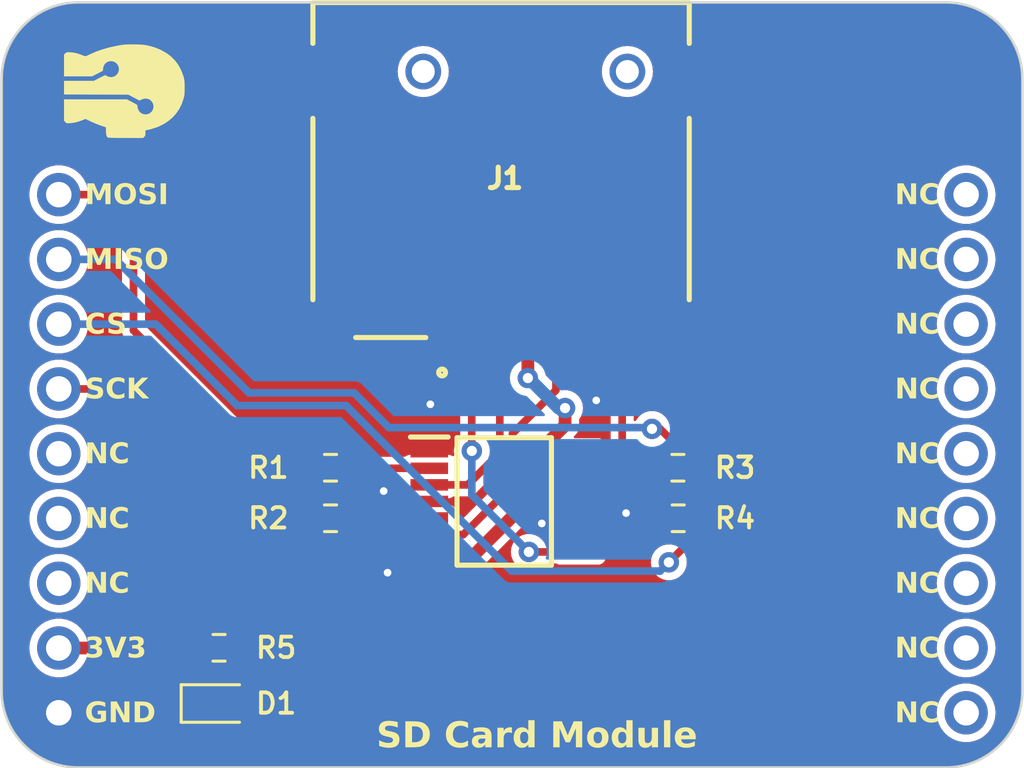
<source format=kicad_pcb>
(kicad_pcb (version 20221018) (generator pcbnew)
  (layers (0 "F.Cu" signal) (31 "B.Cu" signal) (34 "B.Paste" user) (35 "F.Paste" user) (36 "B.SilkS" user "B.Silkscreen") (37 "F.SilkS" user "F.Silkscreen") (38 "B.Mask" user) (39 "F.Mask" user) (44 "Edge.Cuts" user))
  (net 0 "")
  (net 1 "GND")
  (net 2 "Net-(D1-A)")
  (net 3 "Net-(IC1-1A)")
  (net 4 "MOSI_SD")
  (net 5 "Net-(IC1-2A)")
  (net 6 "SCK_SD")
  (net 7 "CS_SD")
  (net 8 "Net-(IC1-3A)")
  (net 9 "MISO")
  (net 10 "+3V3")
  (net 12 "MISO_SD")
  (net 15 "MOSI")
  (net 16 "SCK")
  (net 17 "CS")
  (net 30 "Net-(IC1-4Y)")
  (footprint "74LVC125APW:SOP65P640X110-14N" (layer "F.Cu") (at 79.1972 83.058)
    (fp_text reference "IC1" hide)
    (fp_text value "74LVC125APW,118" hide)
    (fp_line (start -3.675 -2.525) (end -2.2 -2.525) (stroke (width 0.2)) (layer "F.SilkS"))
    (fp_line (start -1.85 -2.5) (end 1.85 -2.5) (stroke (width 0.2)) (layer "F.SilkS"))
    (fp_line (start -1.85 2.5) (end -1.85 -2.5) (stroke (width 0.2)) (layer "F.SilkS"))
    (fp_line (start 1.85 -2.5) (end 1.85 2.5) (stroke (width 0.2)) (layer "F.SilkS"))
    (fp_line (start 1.85 2.5) (end -1.85 2.5) (stroke (width 0.2)) (layer "F.SilkS"))
    (pad "1" smd rect (at -2.938 -1.95 90) (size 0.45 1.475) (layers "F.Cu" "F.Paste" "F.Mask") (net 1 "GND"))
    (pad "2" smd rect (at -2.938 -1.3 90) (size 0.45 1.475) (layers "F.Cu" "F.Paste" "F.Mask") (net 3 "Net-(IC1-1A)"))
    (pad "3" smd rect (at -2.938 -0.65 90) (size 0.45 1.475) (layers "F.Cu" "F.Paste" "F.Mask") (net 4 "MOSI_SD"))
    (pad "4" smd rect (at -2.938 0 90) (size 0.45 1.475) (layers "F.Cu" "F.Paste" "F.Mask") (net 1 "GND"))
    (pad "5" smd rect (at -2.938 0.65 90) (size 0.45 1.475) (layers "F.Cu" "F.Paste" "F.Mask") (net 5 "Net-(IC1-2A)"))
    (pad "6" smd rect (at -2.938 1.3 90) (size 0.45 1.475) (layers "F.Cu" "F.Paste" "F.Mask") (net 6 "SCK_SD"))
    (pad "7" smd rect (at -2.938 1.95 90) (size 0.45 1.475) (layers "F.Cu" "F.Paste" "F.Mask") (net 1 "GND"))
    (pad "8" smd rect (at 2.938 1.95 90) (size 0.45 1.475) (layers "F.Cu" "F.Paste" "F.Mask") (net 7 "CS_SD"))
    (pad "9" smd rect (at 2.938 1.3 90) (size 0.45 1.475) (layers "F.Cu" "F.Paste" "F.Mask") (net 8 "Net-(IC1-3A)"))
    (pad "10" smd rect (at 2.938 0.65 90) (size 0.45 1.475) (layers "F.Cu" "F.Paste" "F.Mask") (net 1 "GND"))
    (pad "11" smd rect (at 2.938 0 90) (size 0.45 1.475) (layers "F.Cu" "F.Paste" "F.Mask") (net 30 "Net-(IC1-4Y)"))
    (pad "12" smd rect (at 2.938 -0.65 90) (size 0.45 1.475) (layers "F.Cu" "F.Paste" "F.Mask") (net 12 "MISO_SD"))
    (pad "13" smd rect (at 2.938 -1.3 90) (size 0.45 1.475) (layers "F.Cu" "F.Paste" "F.Mask") (net 1 "GND"))
    (pad "14" smd rect (at 2.938 -1.95 90) (size 0.45 1.475) (layers "F.Cu" "F.Paste" "F.Mask") (net 10 "+3V3"))
  )
  (footprint "Resistor_SMD:R_0603_1608Metric" (layer "F.Cu") (at 72.39 81.7372)
    (fp_text reference "R1" (at -2.4384 0) (layer "F.SilkS") (effects (font (size 0.8 0.8) (thickness 0.15) bold)))
    (fp_text value "3.3k")
    (fp_line (start -0.237258 -0.5225) (end 0.237258 -0.5225) (stroke (width 0.12)) (layer "F.SilkS"))
    (fp_line (start -0.237258 0.5225) (end 0.237258 0.5225) (stroke (width 0.12)) (layer "F.SilkS"))
    (pad "1" smd roundrect (at -0.825 0) (size 0.8 0.95) (layers "F.Cu" "F.Paste" "F.Mask") (net 15 "MOSI"))
    (pad "2" smd roundrect (at 0.825 0) (size 0.8 0.95) (layers "F.Cu" "F.Paste" "F.Mask") (net 3 "Net-(IC1-1A)"))
  )
  (footprint "LED_SMD:LED_0603_1608Metric" (layer "F.Cu") (at 68.0212 90.9828)
    (fp_text reference "D1" (at 2.2352 0) (layer "F.SilkS") (effects (font (size 0.8 0.8) (thickness 0.15) bold)))
    (fp_text value "LED")
    (fp_line (start -1.485 -0.735) (end -1.485 0.735) (stroke (width 0.12)) (layer "F.SilkS"))
    (fp_line (start -1.485 0.735) (end 0.8 0.735) (stroke (width 0.12)) (layer "F.SilkS"))
    (fp_line (start 0.8 -0.735) (end -1.485 -0.735) (stroke (width 0.12)) (layer "F.SilkS"))
    (pad "1" smd roundrect (at -0.7875 0) (size 0.875 0.95) (layers "F.Cu" "F.Paste" "F.Mask") (net 1 "GND"))
    (pad "2" smd roundrect (at 0.7875 0) (size 0.875 0.95) (layers "F.Cu" "F.Paste" "F.Mask") (net 2 "Net-(D1-A)"))
  )
  (footprint "Resistor_SMD:R_0603_1608Metric" (layer "F.Cu") (at 86.0166 83.7184)
    (fp_text reference "R4" (at 2.223 0) (layer "F.SilkS") (effects (font (size 0.8 0.8) (thickness 0.15) bold)))
    (fp_text value "3.3k")
    (fp_line (start -0.237258 -0.5225) (end 0.237258 -0.5225) (stroke (width 0.12)) (layer "F.SilkS"))
    (fp_line (start -0.237258 0.5225) (end 0.237258 0.5225) (stroke (width 0.12)) (layer "F.SilkS"))
    (pad "1" smd roundrect (at -0.825 0) (size 0.8 0.95) (layers "F.Cu" "F.Paste" "F.Mask") (net 8 "Net-(IC1-3A)"))
    (pad "2" smd roundrect (at 0.825 0) (size 0.8 0.95) (layers "F.Cu" "F.Paste" "F.Mask") (net 17 "CS"))
  )
  (footprint "Resistor_SMD:R_0603_1608Metric" (layer "F.Cu") (at 68.0212 88.7984)
    (fp_text reference "R5" (at 2.2352 0) (layer "F.SilkS") (effects (font (size 0.8 0.8) (thickness 0.15) bold)))
    (fp_text value "470r")
    (fp_line (start -0.237258 -0.5225) (end 0.237258 -0.5225) (stroke (width 0.12)) (layer "F.SilkS"))
    (fp_line (start -0.237258 0.5225) (end 0.237258 0.5225) (stroke (width 0.12)) (layer "F.SilkS"))
    (pad "1" smd roundrect (at -0.825 0) (size 0.8 0.95) (layers "F.Cu" "F.Paste" "F.Mask") (net 10 "+3V3"))
    (pad "2" smd roundrect (at 0.825 0) (size 0.8 0.95) (layers "F.Cu" "F.Paste" "F.Mask") (net 2 "Net-(D1-A)"))
  )
  (footprint "meminle:L-KLS1-TF-003-H1.85-R" (layer "F.Cu") (at 79.0738 66.19943 180)
    (fp_text reference "J1" (at -0.154 -4.19) (layer "F.SilkS") (effects (font (size 0.8 0.8) (thickness 0.254) bold)))
    (fp_text value "Micro_SD" hide)
    (fp_line (start -7.375 -8.95) (end -7.375 -1.835) (stroke (width 0.2)) (layer "F.SilkS"))
    (fp_line (start -7.375 2.706) (end -7.375 1.104) (stroke (width 0.2)) (layer "F.SilkS"))
    (fp_line (start -7.375 2.706) (end 7.375 2.706) (stroke (width 0.2)) (layer "F.SilkS"))
    (fp_line (start 2.95 -10.431) (end 5.698 -10.431) (stroke (width 0.2)) (layer "F.SilkS"))
    (fp_line (start 7.375 -8.95) (end 7.375 -1.835) (stroke (width 0.2)) (layer "F.SilkS"))
    (fp_line (start 7.375 2.706) (end 7.375 1.104) (stroke (width 0.2)) (layer "F.SilkS"))
    (fp_circle (center 2.311 -11.802) (end 2.311 -11.76806) (stroke (width 0.2)) (fill none) (layer "F.SilkS"))
    (pad "1" smd rect (at 2.25 -10.6 180) (size 0.7 1.4) (layers "F.Cu" "F.Paste" "F.Mask"))
    (pad "2" smd rect (at 1.15 -10.6 180) (size 0.7 1.4) (layers "F.Cu" "F.Paste" "F.Mask") (net 7 "CS_SD"))
    (pad "3" smd rect (at 0.05 -10.6 180) (size 0.7 1.4) (layers "F.Cu" "F.Paste" "F.Mask") (net 4 "MOSI_SD"))
    (pad "4" smd rect (at -1.05 -10.6 180) (size 0.7 1.4) (layers "F.Cu" "F.Paste" "F.Mask") (net 10 "+3V3"))
    (pad "5" smd rect (at -2.15 -10.6 180) (size 0.7 1.4) (layers "F.Cu" "F.Paste" "F.Mask") (net 6 "SCK_SD"))
    (pad "6" smd rect (at -3.25 -10.6 180) (size 0.7 1.4) (layers "F.Cu" "F.Paste" "F.Mask") (net 1 "GND"))
    (pad "7" smd rect (at -4.35 -10.6 180) (size 0.7 1.4) (layers "F.Cu" "F.Paste" "F.Mask") (net 12 "MISO_SD"))
    (pad "8" smd rect (at -5.45 -10.6 180) (size 0.7 1.4) (layers "F.Cu" "F.Paste" "F.Mask"))
    (pad "9" smd rect (at -6.55 -10.6 180) (size 0.7 1.4) (layers "F.Cu" "F.Paste" "F.Mask"))
    (pad "10" smd rect (at -8 -10 270) (size 1.4 1.6) (layers "F.Cu" "F.Paste" "F.Mask") (net 1 "GND"))
    (pad "11" smd rect (at -7.75 -0.4 180) (size 1.2 2.2) (layers "F.Cu" "F.Paste" "F.Mask") (net 1 "GND"))
    (pad "12" smd rect (at 7.75 -0.4 180) (size 1.2 2.2) (layers "F.Cu" "F.Paste" "F.Mask") (net 1 "GND"))
    (pad "13" smd rect (at 6.85 -10 270) (size 1.4 1.6) (layers "F.Cu" "F.Paste" "F.Mask") (net 1 "GND"))
    (pad "14" thru_hole circle (at 3.05 0 180) (size 1.4 1.4) (drill 0.9) (layers "*.Cu" "*.Mask"))
    (pad "15" thru_hole circle (at -4.95 0 180) (size 1.4 1.4) (drill 0.9) (layers "*.Cu" "*.Mask"))
  )
  (footprint "Resistor_SMD:R_0603_1608Metric" (layer "F.Cu") (at 72.39 83.7184)
    (fp_text reference "R2" (at -2.4384 0) (layer "F.SilkS") (effects (font (size 0.8 0.8) (thickness 0.15) bold)))
    (fp_text value "3.3k")
    (fp_line (start -0.237258 -0.5225) (end 0.237258 -0.5225) (stroke (width 0.12)) (layer "F.SilkS"))
    (fp_line (start -0.237258 0.5225) (end 0.237258 0.5225) (stroke (width 0.12)) (layer "F.SilkS"))
    (pad "1" smd roundrect (at -0.825 0) (size 0.8 0.95) (layers "F.Cu" "F.Paste" "F.Mask") (net 16 "SCK"))
    (pad "2" smd roundrect (at 0.825 0) (size 0.8 0.95) (layers "F.Cu" "F.Paste" "F.Mask") (net 5 "Net-(IC1-2A)"))
  )
  (footprint "Resistor_SMD:R_0603_1608Metric" (layer "F.Cu") (at 86.0044 81.7372)
    (fp_text reference "R3" (at 2.2352 0) (layer "F.SilkS") (effects (font (size 0.8 0.8) (thickness 0.16) bold)))
    (fp_text value "3.3k")
    (fp_line (start -0.237258 -0.5225) (end 0.237258 -0.5225) (stroke (width 0.12)) (layer "F.SilkS"))
    (fp_line (start -0.237258 0.5225) (end 0.237258 0.5225) (stroke (width 0.12)) (layer "F.SilkS"))
    (pad "1" smd roundrect (at -0.825 0) (size 0.8 0.95) (layers "F.Cu" "F.Paste" "F.Mask") (net 30 "Net-(IC1-4Y)"))
    (pad "2" smd roundrect (at 0.825 0) (size 0.8 0.95) (layers "F.Cu" "F.Paste" "F.Mask") (net 9 "MISO"))
  )
  (footprint "Moduler_:pin_header" (layer "F.Cu") (at 79.265377 81.69452)
    (fp_text reference "U1" hide)
    (fp_text value "~" hide)
    (fp_text user "SCK" (at -16.51 -2.54 unlocked) (layer "F.SilkS") (effects (font (size 0.8 0.8) (thickness 0.2) bold) (justify left bottom)))
    (fp_text user "MISO" (at -16.51 -7.62 unlocked) (layer "F.SilkS") (effects (font (size 0.8 0.8) (thickness 0.2) bold) (justify left bottom)))
    (fp_text user "SD Card Module" (at -5.08 11.176 unlocked) (layer "F.SilkS") (effects (font (thickness 0.2) bold) (justify left bottom)))
    (fp_text user "NC" (at 15.24 2.54 unlocked) (layer "F.SilkS") (effects (font (size 0.8 0.8) (thickness 0.2) bold) (justify left bottom)))
    (fp_text user "NC" (at -16.51 5.08 unlocked) (layer "F.SilkS") (effects (font (size 0.8 0.8) (thickness 0.2) bold) (justify left bottom)))
    (fp_text user "NC" (at -16.51 0 unlocked) (layer "F.SilkS") (effects (font (size 0.8 0.8) (thickness 0.2) bold) (justify left bottom)))
    (fp_text user "MOSI" (at -16.51 -10.16 unlocked) (layer "F.SilkS") (effects (font (size 0.8 0.8) (thickness 0.2) bold) (justify left bottom)))
    (fp_text user "NC" (at 15.24 -10.16 unlocked) (layer "F.SilkS") (effects (font (size 0.8 0.8) (thickness 0.2) bold) (justify left bottom)))
    (fp_text user "NC" (at 15.24 7.62 unlocked) (layer "F.SilkS") (effects (font (size 0.8 0.8) (thickness 0.2) bold) (justify left bottom)))
    (fp_text user "GND" (at -16.51 10.16 unlocked) (layer "F.SilkS") (effects (font (size 0.8 0.8) (thickness 0.2) bold) (justify left bottom)))
    (fp_text user "NC" (at 15.24 5.08 unlocked) (layer "F.SilkS") (effects (font (size 0.8 0.8) (thickness 0.2) bold) (justify left bottom)))
    (fp_text user "3V3" (at -16.51 7.62 unlocked) (layer "F.SilkS") (effects (font (size 0.8 0.8) (thickness 0.2) bold) (justify left bottom)))
    (fp_text user "NC" (at 15.24 -5.08 unlocked) (layer "F.SilkS") (effects (font (size 0.8 0.8) (thickness 0.2) bold) (justify left bottom)))
    (fp_text user "NC" (at 15.24 -2.54 unlocked) (layer "F.SilkS") (effects (font (size 0.8 0.8) (thickness 0.2) bold) (justify left bottom)))
    (fp_text user "NC" (at -16.51 2.54 unlocked) (layer "F.SilkS") (effects (font (size 0.8 0.8) (thickness 0.2) bold) (justify left bottom)))
    (fp_text user "NC" (at 15.24 -7.62 unlocked) (layer "F.SilkS") (effects (font (size 0.8 0.8) (thickness 0.2) bold) (justify left bottom)))
    (fp_text user "NC" (at 15.24 10.16 unlocked) (layer "F.SilkS") (effects (font (size 0.8 0.8) (thickness 0.2) bold) (justify left bottom)))
    (fp_text user "NC" (at 15.24 0 unlocked) (layer "F.SilkS") (effects (font (size 0.8 0.8) (thickness 0.2) bold) (justify left bottom)))
    (fp_text user "CS" (at -16.51 -5.08 unlocked) (layer "F.SilkS") (effects (font (size 0.8 0.8) (thickness 0.2) bold) (justify left bottom)))
    (fp_poly (pts (xy -14.485582 -16.559009) (xy -14.360573 -16.554745) (xy -14.248636 -16.54798) (xy -14.157002 -16.538775) (xy -14.117924 -16.532703) (xy -13.929469 -16.491549) (xy -13.759531 -16.440533) (xy -13.595569 -16.375574) (xy -13.505604 -16.333511) (xy -13.302009 -16.218091) (xy -13.123321 -16.083397) (xy -12.969118 -15.928915) (xy -12.838978 -15.754131) (xy -12.73248 -15.558531) (xy -12.6492 -15.3416) (xy -12.625721 -15.261504) (xy -12.612959 -15.20932) (xy -12.603846 -15.156964) (xy -12.597806 -15.097579) (xy -12.594264 -15.024306) (xy -12.592645 -14.930288) (xy -12.59236 -14.863654) (xy -12.592671 -14.758539) (xy -12.594379 -14.67766) (xy -12.598173 -14.613669) (xy -12.604739 -14.559219) (xy -12.614766 -14.506962) (xy -12.628942 -14.449549) (xy -12.632287 -14.43698) (xy -12.705714 -14.221543) (xy -12.805363 -14.022972) (xy -12.930147 -13.842253) (xy -13.078978 -13.68037) (xy -13.250768 -13.538308) (xy -13.444431 -13.417053) (xy -13.658878 -13.317589) (xy -13.893022 -13.240901) (xy -13.975535 -13.220506) (xy -14.129547 -13.185381) (xy -14.129547 -13.083439) (xy -14.131087 -13.025365) (xy -14.138019 -12.987709) (xy -14.153807 -12.959356) (xy -14.17572 -12.935324) (xy -14.221893 -12.889151) (xy -14.898388 -12.889632) (xy -15.093554 -12.890179) (xy -15.257188 -12.891522) (xy -15.389336 -12.893662) (xy -15.490047 -12.896601) (xy -15.559371 -12.900339) (xy -15.597354 -12.904877) (xy -15.604006 -12.907041) (xy -15.639705 -12.944721) (xy -15.663541 -13.009816) (xy -15.675744 -13.103144) (xy -15.677582 -13.169023) (xy -15.677607 -13.307746) (xy -15.877323 -13.375342) (xy -15.973613 -13.410249) (xy -16.083694 -13.453796) (xy -16.193274 -13.500154) (xy -16.27912 -13.539209) (xy -16.481202 -13.63548) (xy -16.625058 -13.577237) (xy -16.814264 -13.51298) (xy -16.995657 -13.477073) (xy -17.112214 -13.468483) (xy -17.172568 -13.467793) (xy -17.210949 -13.471228) (xy -17.236949 -13.481681) (xy -17.260163 -13.502045) (xy -17.274123 -13.517292) (xy -17.320343 -13.568879) (xy -17.320343 -13.987224) (xy -17.320343 -14.405569) (xy -16.086926 -14.405569) (xy -14.85351 -14.405569) (xy -14.643801 -14.294889) (xy -14.56284 -14.251731) (xy -14.506066 -14.219928) (xy -14.469493 -14.196546) (xy -14.449134 -14.178651) (xy -14.441003 -14.163308) (xy -14.441111 -14.147581) (xy -14.441413 -14.14592) (xy -14.43976 -14.092795) (xy -14.421236 -14.027967) (xy -14.3904 -13.962942) (xy -14.35181 -13.909228) (xy -14.344762 -13.902005) (xy -14.296227 -13.865834) (xy -14.236644 -13.835404) (xy -14.214799 -13.827587) (xy -14.121045 -13.813694) (xy -14.033382 -13.827179) (xy -13.955509 -13.863953) (xy -13.891126 -13.919926) (xy -13.843932 -13.991011) (xy -13.817627 -14.073118) (xy -13.815911 -14.162158) (xy -13.838074 -14.243952) (xy -13.888707 -14.328311) (xy -13.95777 -14.389514) (xy -14.040589 -14.425955) (xy -14.132494 -14.436027) (xy -14.228811 -14.418125) (xy -14.281052 -14.396241) (xy -14.36193 -14.355321) (xy -14.581404 -14.471272) (xy -14.800878 -14.587224) (xy -16.06061 -14.591538) (xy -17.320343 -14.595853) (xy -17.320343 -14.86402) (xy -17.320343 -15.132186) (xy -16.736108 -15.132186) (xy -16.151873 -15.132186) (xy -15.92364 -15.25081) (xy -15.825628 -15.300328) (xy -15.752835 -15.333929) (xy -15.705794 -15.351385) (xy -15.685044 -15.352471) (xy -15.684533 -15.351839) (xy -15.664369 -15.334981) (xy -15.626413 -15.313259) (xy -15.608475 -15.304645) (xy -15.517344 -15.278515) (xy -15.42868 -15.280387) (xy -15.34665 -15.306716) (xy -15.27542 -15.353956) (xy -15.219157 -15.418565) (xy -15.182028 -15.496995) (xy -15.1682 -15.585704) (xy -15.178799 -15.670169) (xy -15.216089 -15.756834) (xy -15.2752 -15.826154) (xy -15.350432 -15.875231) (xy -15.436087 -15.901168) (xy -15.526465 -15.901066) (xy -15.594919 -15.881743) (xy -15.679764 -15.831605) (xy -15.7402 -15.761879) (xy -15.776844 -15.671686) (xy -15.787538 -15.6087) (xy -15.796027 -15.524455) (xy -16.008245 -15.415199) (xy -16.220463 -15.305942) (xy -16.770403 -15.305942) (xy -17.320343 -15.305942) (xy -17.320343 -15.73365) (xy -17.320343 -16.161358) (xy -17.27417 -16.207531) (xy -17.247441 -16.231634) (xy -17.221044 -16.24546) (xy -17.185152 -16.251797) (xy -17.129936 -16.253429) (xy -17.112261 -16.253429) (xy -16.965134 -16.242789) (xy -16.813828 -16.210492) (xy -16.650907 -16.15493) (xy -16.643254 -16.151886) (xy -16.580147 -16.127507) (xy -16.526736 -16.108472) (xy -16.490695 -16.097439) (xy -16.481152 -16.095743) (xy -16.459332 -16.102404) (xy -16.415439 -16.120594) (xy -16.35561 -16.147624) (xy -16.285983 -16.180807) (xy -16.277762 -16.184828) (xy -16.053998 -16.282606) (xy -15.80365 -16.369931) (xy -15.530295 -16.445763) (xy -15.237504 -16.509065) (xy -15.053614 -16.540657) (xy -14.971712 -16.549822) (xy -14.866727 -16.556178) (xy -14.74589 -16.559787) (xy -14.616431 -16.56071)) (fill solid) (layer "F.SilkS"))
    (fp_poly (pts (xy -19.759475 -15.361112) (xy -19.747896 -15.5134) (xy -19.728827 -15.663474) (xy -19.702457 -15.811146) (xy -19.668975 -15.956226) (xy -19.628568 -16.098527) (xy -19.581426 -16.23786) (xy -19.527736 -16.374037) (xy -19.467687 -16.506869) (xy -19.401468 -16.636168) (xy -19.329267 -16.761745) (xy -19.251272 -16.883413) (xy -19.167671 -17.000982) (xy -19.078654 -17.114264) (xy -18.984408 -17.223072) (xy -18.885122 -17.327215) (xy -18.780984 -17.426507) (xy -18.672182 -17.520758) (xy -18.558906 -17.609781) (xy -18.441343 -17.693386) (xy -18.319683 -17.771386) (xy -18.194112 -17.843591) (xy -18.06482 -17.909814) (xy -17.931995 -17.969866) (xy -17.795826 -18.023559) (xy -17.6565 -18.070704) (xy -17.514207 -18.111113) (xy -17.369134 -18.144597) (xy -17.221471 -18.170968) (xy -17.071405 -18.190038) (xy -16.919125 -18.201619) (xy -16.764819 -18.20552) (xy 17.238832 -18.20552) (xy 17.393137 -18.201619) (xy 17.545417 -18.190038) (xy 17.695483 -18.170968) (xy 17.843146 -18.144597) (xy 17.988219 -18.111113) (xy 18.130512 -18.070704) (xy 18.269837 -18.023559) (xy 18.406006 -17.969866) (xy 18.538831 -17.909814) (xy 18.668123 -17.843591) (xy 18.793694 -17.771386) (xy 18.915355 -17.693386) (xy 19.032917 -17.609781) (xy 19.146194 -17.520758) (xy 19.254995 -17.426507) (xy 19.359133 -17.327215) (xy 19.458419 -17.223072) (xy 19.552665 -17.114264) (xy 19.641683 -17.000982) (xy 19.725284 -16.883413) (xy 19.803279 -16.761745) (xy 19.87548 -16.636168) (xy 19.9417 -16.506869) (xy 20.001748 -16.374037) (xy 20.055438 -16.23786) (xy 20.102581 -16.098527) (xy 20.142987 -15.956226) (xy 20.17647 -15.811146) (xy 20.20284 -15.663474) (xy 20.221909 -15.5134) (xy 20.233488 -15.361112) (xy 20.23739 -15.206798) (xy 20.23739 8.797094) (xy 20.233488 8.951408) (xy 20.221909 9.103696) (xy 20.20284 9.25377) (xy 20.17647 9.401441) (xy 20.142987 9.546522) (xy 20.102581 9.688822) (xy 20.055438 9.828155) (xy 20.001748 9.964332) (xy 19.9417 10.097164) (xy 19.87548 10.226463) (xy 19.803279 10.352041) (xy 19.725284 10.473708) (xy 19.641683 10.591278) (xy 19.552665 10.70456) (xy 19.458419 10.813367) (xy 19.359133 10.917511) (xy 19.254995 11.016803) (xy 19.146194 11.111054) (xy 19.032917 11.200077) (xy 18.915355 11.283682) (xy 18.793694 11.361681) (xy 18.668123 11.433887) (xy 18.538831 11.50011) (xy 18.406006 11.560162) (xy 18.269837 11.613855) (xy 18.130512 11.661) (xy 17.988219 11.701409) (xy 17.843146 11.734893) (xy 17.695483 11.761265) (xy 17.545417 11.780334) (xy 17.393137 11.791915) (xy 17.238832 11.795817) (xy -16.764819 11.795817) (xy -16.919125 11.791915) (xy -17.071405 11.780334) (xy -17.221471 11.761265) (xy -17.369134 11.734893) (xy -17.514207 11.701409) (xy -17.6565 11.661) (xy -17.795826 11.613855) (xy -17.931995 11.560162) (xy -18.06482 11.50011) (xy -18.194112 11.433887) (xy -18.319683 11.361681) (xy -18.441343 11.283682) (xy -18.558906 11.200077) (xy -18.672182 11.111054) (xy -18.780984 11.016803) (xy -18.885122 10.917511) (xy -18.984408 10.813367) (xy -19.078654 10.70456) (xy -19.167671 10.591278) (xy -19.251272 10.473708) (xy -19.329267 10.352041) (xy -19.401468 10.226463) (xy -19.467687 10.097164) (xy -19.527736 9.964332) (xy -19.581426 9.828155) (xy -19.628568 9.688822) (xy -19.668975 9.546522) (xy -19.702457 9.401441) (xy -19.728827 9.25377) (xy -19.747896 9.103696) (xy -19.759475 8.951408) (xy -19.763377 8.797094) (xy -19.763377 -15.206798)) (stroke (width 0.1)) (fill none) (layer "Edge.Cuts"))
    (pad "1" thru_hole oval (at -17.526 -10.668) (size 1.7 1.7) (drill 1) (layers "*.Cu" "*.Mask") (net 15 "MOSI"))
    (pad "2" thru_hole oval (at -17.526 -8.128) (size 1.7 1.7) (drill 1) (layers "*.Cu" "*.Mask") (net 9 "MISO"))
    (pad "3" thru_hole oval (at -17.526 -5.588) (size 1.7 1.7) (drill 1) (layers "*.Cu" "*.Mask") (net 17 "CS"))
    (pad "4" thru_hole oval (at -17.526 -3.048) (size 1.7 1.7) (drill 1) (layers "*.Cu" "*.Mask") (net 16 "SCK"))
    (pad "5" thru_hole oval (at -17.526 -0.508) (size 1.7 1.7) (drill 1) (layers "*.Cu" "*.Mask"))
    (pad "6" thru_hole oval (at -17.526 2.032) (size 1.7 1.7) (drill 1) (layers "*.Cu" "*.Mask"))
    (pad "7" thru_hole oval (at -17.526 4.572) (size 1.7 1.7) (drill 1) (layers "*.Cu" "*.Mask"))
    (pad "8" thru_hole oval (at -17.526 7.112) (size 1.7 1.7) (drill 1) (layers "*.Cu" "*.Mask") (net 10 "+3V3"))
    (pad "9" thru_hole oval (at -17.526 9.652) (size 1.7 1.7) (drill 1) (layers "*.Cu" "*.Mask") (net 1 "GND"))
    (pad "10" thru_hole oval (at 18.034 9.652) (size 1.7 1.7) (drill 1) (layers "*.Cu" "*.Mask"))
    (pad "11" thru_hole oval (at 18.034 7.112) (size 1.7 1.7) (drill 1) (layers "*.Cu" "*.Mask"))
    (pad "12" thru_hole oval (at 18.034 4.572) (size 1.7 1.7) (drill 1) (layers "*.Cu" "*.Mask"))
    (pad "13" thru_hole oval (at 18.034 2.032) (size 1.7 1.7) (drill 1) (layers "*.Cu" "*.Mask"))
    (pad "14" thru_hole oval (at 18.034 -0.508) (size 1.7 1.7) (drill 1) (layers "*.Cu" "*.Mask"))
    (pad "15" thru_hole oval (at 18.034 -3.048) (size 1.7 1.7) (drill 1) (layers "*.Cu" "*.Mask"))
    (pad "16" thru_hole oval (at 18.034 -5.588) (size 1.7 1.7) (drill 1) (layers "*.Cu" "*.Mask"))
    (pad "17" thru_hole oval (at 18.034 -8.128) (size 1.7 1.7) (drill 1) (layers "*.Cu" "*.Mask"))
    (pad "18" thru_hole oval (at 18.034 -10.668) (size 1.7 1.7) (drill 1) (layers "*.Cu" "*.Mask"))
  )
  (via (at 76.3016 79.248) (size 0.6) (drill 0.3) (layers "F.Cu" "B.Cu") (net 1))
  (via (at 83.9724 83.5152) (size 0.6) (drill 0.3) (layers "F.Cu" "B.Cu") (net 1))
  (via (at 82.804 79.0956) (size 0.6) (drill 0.3) (layers "F.Cu" "B.Cu") (net 1))
  (via (at 80.6704 83.9216) (size 0.6) (drill 0.3) (layers "F.Cu" "B.Cu") (net 1))
  (via (at 74.6252 85.852) (size 0.6) (drill 0.3) (layers "F.Cu" "B.Cu") (net 1))
  (via (at 74.4728 82.6516) (size 0.6) (drill 0.3) (layers "F.Cu" "B.Cu") (net 1))
  (segment (start 68.8462 88.7984) (end 68.8462 90.9453) (width 0.5) (layer "F.Cu") (net 2))
  (segment (start 68.8462 90.9453) (end 68.8087 90.9828) (width 0.5) (layer "F.Cu") (net 2))
  (segment (start 73.215 81.7372) (end 73.2358 81.758) (width 0.3) (layer "F.Cu") (net 3))
  (segment (start 73.2358 81.758) (end 76.2592 81.758) (width 0.3) (layer "F.Cu") (net 3))
  (segment (start 79.0238 76.79943) (end 79.0238 81.1486) (width 0.3) (layer "F.Cu") (net 4))
  (segment (start 79.0238 81.1486) (end 77.7644 82.408) (width 0.3) (layer "F.Cu") (net 4))
  (segment (start 77.7644 82.408) (end 76.2592 82.408) (width 0.3) (layer "F.Cu") (net 4))
  (segment (start 73.215 83.7184) (end 73.2254 83.708) (width 0.3) (layer "F.Cu") (net 5))
  (segment (start 73.2254 83.708) (end 76.2592 83.708) (width 0.3) (layer "F.Cu") (net 5))
  (segment (start 76.2592 84.358) (end 77.5924 84.358) (width 0.3) (layer "F.Cu") (net 6))
  (segment (start 77.5924 84.358) (end 79.5238 82.4266) (width 0.3) (layer "F.Cu") (net 6))
  (segment (start 81.2238 78.6946) (end 81.2238 76.79943) (width 0.3) (layer "F.Cu") (net 6))
  (segment (start 79.5238 82.4266) (end 79.5238 80.3946) (width 0.3) (layer "F.Cu") (net 6))
  (segment (start 79.5238 80.3946) (end 81.2238 78.6946) (width 0.3) (layer "F.Cu") (net 6))
  (segment (start 77.9238 81.0734) (end 77.9238 76.79943) (width 0.3) (layer "F.Cu") (net 7))
  (segment (start 80.1624 85.0392) (end 82.104 85.0392) (width 0.3) (layer "F.Cu") (net 7))
  (segment (start 77.9272 81.0768) (end 77.9238 81.0734) (width 0.3) (layer "F.Cu") (net 7))
  (segment (start 82.104 85.0392) (end 82.1352 85.008) (width 0.3) (layer "F.Cu") (net 7))
  (via (at 77.9272 81.0768) (size 0.8) (drill 0.4) (layers "F.Cu" "B.Cu") (net 7))
  (via (at 80.1624 85.0392) (size 0.8) (drill 0.4) (layers "F.Cu" "B.Cu") (net 7))
  (segment (start 77.9272 82.804) (end 80.1624 85.0392) (width 0.3) (layer "B.Cu") (net 7))
  (segment (start 77.9272 81.0768) (end 77.9272 82.804) (width 0.3) (layer "B.Cu") (net 7))
  (segment (start 84.0948 84.358) (end 82.1352 84.358) (width 0.3) (layer "F.Cu") (net 8))
  (segment (start 85.1916 83.7184) (end 84.7344 83.7184) (width 0.3) (layer "F.Cu") (net 8))
  (segment (start 84.7344 83.7184) (end 84.0948 84.358) (width 0.3) (layer "F.Cu") (net 8))
  (segment (start 84.9884 80.2132) (end 85.3054 80.2132) (width 0.3) (layer "F.Cu") (net 9))
  (segment (start 85.3054 80.2132) (end 86.8294 81.7372) (width 0.3) (layer "F.Cu") (net 9))
  (via (at 84.9884 80.2132) (size 0.8) (drill 0.4) (layers "F.Cu" "B.Cu") (net 9))
  (segment (start 74.676 80.1624) (end 73.3124 78.7988) (width 0.3) (layer "B.Cu") (net 9))
  (segment (start 63.96532 73.56652) (end 61.739377 73.56652) (width 0.3) (layer "B.Cu") (net 9))
  (segment (start 84.9376 80.1624) (end 74.676 80.1624) (width 0.3) (layer "B.Cu") (net 9))
  (segment (start 69.1976 78.7988) (end 63.96532 73.56652) (width 0.3) (layer "B.Cu") (net 9))
  (segment (start 84.9884 80.2132) (end 84.9376 80.1624) (width 0.3) (layer "B.Cu") (net 9))
  (segment (start 73.3124 78.7988) (end 69.1976 78.7988) (width 0.3) (layer "B.Cu") (net 9))
  (segment (start 80.1238 83.0458) (end 80.1238 81.5311) (width 0.5) (layer "F.Cu") (net 10))
  (segment (start 67.2084 87.2236) (end 75.946 87.2236) (width 0.5) (layer "F.Cu") (net 10))
  (segment (start 61.739377 88.80652) (end 67.18808 88.80652) (width 0.5) (layer "F.Cu") (net 10))
  (segment (start 80.1238 76.79943) (end 80.1238 78.2198) (width 0.5) (layer "F.Cu") (net 10))
  (segment (start 67.2084 88.7862) (end 67.2084 87.2236) (width 0.5) (layer "F.Cu") (net 10))
  (segment (start 67.1962 88.7984) (end 67.2084 88.7862) (width 0.5) (layer "F.Cu") (net 10))
  (segment (start 81.581377 80.073523) (end 80.5719 81.083) (width 0.5) (layer "F.Cu") (net 10))
  (segment (start 67.18808 88.80652) (end 67.1962 88.7984) (width 0.5) (layer "F.Cu") (net 10))
  (segment (start 81.581377 79.396977) (end 81.581377 80.073523) (width 0.5) (layer "F.Cu") (net 10))
  (segment (start 75.946 87.2236) (end 80.1238 83.0458) (width 0.5) (layer "F.Cu") (net 10))
  (segment (start 80.5969 81.108) (end 82.1102 81.108) (width 0.4) (layer "F.Cu") (net 10))
  (segment (start 80.1238 81.5311) (end 80.5719 81.083) (width 0.5) (layer "F.Cu") (net 10))
  (segment (start 80.5719 81.083) (end 80.5969 81.108) (width 0.4) (layer "F.Cu") (net 10))
  (via (at 81.581377 79.396977) (size 0.8) (drill 0.4) (layers "F.Cu" "B.Cu") (net 10))
  (via (at 80.1238 78.2198) (size 0.8) (drill 0.4) (layers "F.Cu" "B.Cu") (net 10))
  (segment (start 81.327377 79.396977) (end 81.581377 79.396977) (width 0.5) (layer "B.Cu") (net 10))
  (segment (start 80.1238 78.2198) (end 80.1502 78.2198) (width 0.5) (layer "B.Cu") (net 10))
  (segment (start 80.1502 78.2198) (end 81.327377 79.396977) (width 0.5) (layer "B.Cu") (net 10))
  (segment (start 83.82 81.7357) (end 83.1477 82.408) (width 0.3) (layer "F.Cu") (net 12))
  (segment (start 83.4238 76.79943) (end 83.4238 78.293) (width 0.3) (layer "F.Cu") (net 12))
  (segment (start 83.4238 78.293) (end 83.82 78.6892) (width 0.3) (layer "F.Cu") (net 12))
  (segment (start 83.1477 82.408) (end 82.1352 82.408) (width 0.3) (layer "F.Cu") (net 12))
  (segment (start 83.82 78.6892) (end 83.82 81.7357) (width 0.3) (layer "F.Cu") (net 12))
  (segment (start 64.6684 76.3524) (end 64.6684 71.7804) (width 0.3) (layer "F.Cu") (net 15))
  (segment (start 70.0532 81.7372) (end 64.6684 76.3524) (width 0.3) (layer "F.Cu") (net 15))
  (segment (start 71.565 81.7372) (end 70.0532 81.7372) (width 0.3) (layer "F.Cu") (net 15))
  (segment (start 63.91452 71.02652) (end 61.739377 71.02652) (width 0.3) (layer "F.Cu") (net 15))
  (segment (start 64.6684 71.7804) (end 63.91452 71.02652) (width 0.3) (layer "F.Cu") (net 15))
  (segment (start 71.565 83.7184) (end 69.1388 83.7184) (width 0.3) (layer "F.Cu") (net 16))
  (segment (start 64.06692 78.64652) (end 61.739377 78.64652) (width 0.3) (layer "F.Cu") (net 16))
  (segment (start 69.1388 83.7184) (end 64.06692 78.64652) (width 0.3) (layer "F.Cu") (net 16))
  (segment (start 86.8416 83.7184) (end 86.8416 84.2528) (width 0.3) (layer "F.Cu") (net 17))
  (segment (start 86.8416 84.2528) (end 85.6488 85.4456) (width 0.3) (layer "F.Cu") (net 17))
  (via (at 85.6488 85.4456) (size 0.8) (drill 0.4) (layers "F.Cu" "B.Cu") (net 17))
  (segment (start 85.3052 85.7892) (end 79.49 85.7892) (width 0.3) (layer "B.Cu") (net 17))
  (segment (start 65.54012 76.10652) (end 61.739377 76.10652) (width 0.3) (layer "B.Cu") (net 17))
  (segment (start 79.49 85.7892) (end 72.9996 79.2988) (width 0.3) (layer "B.Cu") (net 17))
  (segment (start 68.7324 79.2988) (end 65.54012 76.10652) (width 0.3) (layer "B.Cu") (net 17))
  (segment (start 85.6488 85.4456) (end 85.3052 85.7892) (width 0.3) (layer "B.Cu") (net 17))
  (segment (start 72.9996 79.2988) (end 68.7324 79.2988) (width 0.3) (layer "B.Cu") (net 17))
  (segment (start 82.1352 83.058) (end 83.2104 83.058) (width 0.3) (layer "F.Cu") (net 30))
  (segment (start 84.5312 81.7372) (end 85.1794 81.7372) (width 0.3) (layer "F.Cu") (net 30))
  (segment (start 83.2104 83.058) (end 84.5312 81.7372) (width 0.3) (layer "F.Cu") (net 30))
  (zone (net 1) (net_name "GND") (layers "F&B.Cu") (connect_pads yes (clearance 0.3)) (min_thickness 0.1) (fill yes (thermal_gap 0.5) (thermal_bridge_width 0.5))
    (polygon (pts (xy 59.436 63.5) (xy 99.568 63.5) (xy 99.568 93.5228) (xy 59.436 93.5228)))
  )
)
</source>
